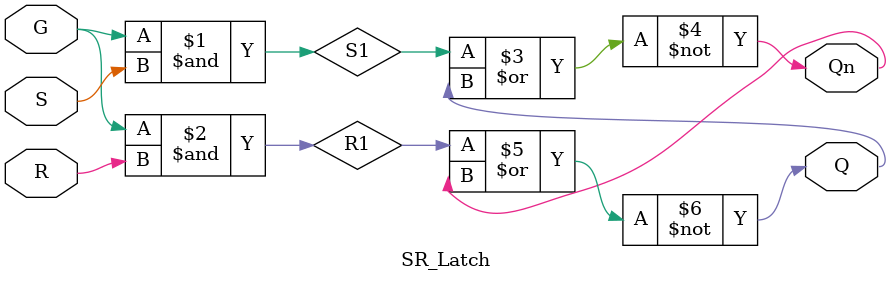
<source format=v>


module SR_Latch(Q, Qn, G, S, R);
   output Q;
   output Qn;
   input  G;   
   input  S;
   input  R;

   wire   S1;
   wire   R1;
   
   and(S1, G, S);
   and(R1, G, R);   
   nor(Qn, S1, Q);
   nor(Q, R1, Qn);
endmodule
</source>
